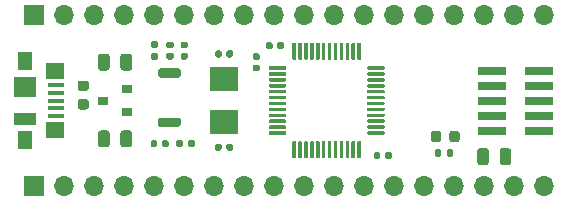
<source format=gbr>
%TF.GenerationSoftware,KiCad,Pcbnew,(5.1.10-1-10_14)*%
%TF.CreationDate,2021-07-19T22:46:51-06:00*%
%TF.ProjectId,f0-study-board,66302d73-7475-4647-992d-626f6172642e,rev?*%
%TF.SameCoordinates,Original*%
%TF.FileFunction,Soldermask,Top*%
%TF.FilePolarity,Negative*%
%FSLAX46Y46*%
G04 Gerber Fmt 4.6, Leading zero omitted, Abs format (unit mm)*
G04 Created by KiCad (PCBNEW (5.1.10-1-10_14)) date 2021-07-19 22:46:51*
%MOMM*%
%LPD*%
G01*
G04 APERTURE LIST*
%ADD10R,2.400000X0.740000*%
%ADD11R,2.400000X2.000000*%
%ADD12R,0.900000X0.800000*%
%ADD13R,1.900000X1.000000*%
%ADD14R,1.900000X1.800000*%
%ADD15R,1.300000X1.650000*%
%ADD16R,1.550000X1.425000*%
%ADD17R,1.380000X0.450000*%
%ADD18O,1.700000X1.700000*%
%ADD19R,1.700000X1.700000*%
G04 APERTURE END LIST*
%TO.C,U1*%
G36*
G01*
X121862500Y-103750000D02*
X121862500Y-102425000D01*
G75*
G02*
X121937500Y-102350000I75000J0D01*
G01*
X122087500Y-102350000D01*
G75*
G02*
X122162500Y-102425000I0J-75000D01*
G01*
X122162500Y-103750000D01*
G75*
G02*
X122087500Y-103825000I-75000J0D01*
G01*
X121937500Y-103825000D01*
G75*
G02*
X121862500Y-103750000I0J75000D01*
G01*
G37*
G36*
G01*
X122362500Y-103750000D02*
X122362500Y-102425000D01*
G75*
G02*
X122437500Y-102350000I75000J0D01*
G01*
X122587500Y-102350000D01*
G75*
G02*
X122662500Y-102425000I0J-75000D01*
G01*
X122662500Y-103750000D01*
G75*
G02*
X122587500Y-103825000I-75000J0D01*
G01*
X122437500Y-103825000D01*
G75*
G02*
X122362500Y-103750000I0J75000D01*
G01*
G37*
G36*
G01*
X122862500Y-103750000D02*
X122862500Y-102425000D01*
G75*
G02*
X122937500Y-102350000I75000J0D01*
G01*
X123087500Y-102350000D01*
G75*
G02*
X123162500Y-102425000I0J-75000D01*
G01*
X123162500Y-103750000D01*
G75*
G02*
X123087500Y-103825000I-75000J0D01*
G01*
X122937500Y-103825000D01*
G75*
G02*
X122862500Y-103750000I0J75000D01*
G01*
G37*
G36*
G01*
X123362500Y-103750000D02*
X123362500Y-102425000D01*
G75*
G02*
X123437500Y-102350000I75000J0D01*
G01*
X123587500Y-102350000D01*
G75*
G02*
X123662500Y-102425000I0J-75000D01*
G01*
X123662500Y-103750000D01*
G75*
G02*
X123587500Y-103825000I-75000J0D01*
G01*
X123437500Y-103825000D01*
G75*
G02*
X123362500Y-103750000I0J75000D01*
G01*
G37*
G36*
G01*
X123862500Y-103750000D02*
X123862500Y-102425000D01*
G75*
G02*
X123937500Y-102350000I75000J0D01*
G01*
X124087500Y-102350000D01*
G75*
G02*
X124162500Y-102425000I0J-75000D01*
G01*
X124162500Y-103750000D01*
G75*
G02*
X124087500Y-103825000I-75000J0D01*
G01*
X123937500Y-103825000D01*
G75*
G02*
X123862500Y-103750000I0J75000D01*
G01*
G37*
G36*
G01*
X124362500Y-103750000D02*
X124362500Y-102425000D01*
G75*
G02*
X124437500Y-102350000I75000J0D01*
G01*
X124587500Y-102350000D01*
G75*
G02*
X124662500Y-102425000I0J-75000D01*
G01*
X124662500Y-103750000D01*
G75*
G02*
X124587500Y-103825000I-75000J0D01*
G01*
X124437500Y-103825000D01*
G75*
G02*
X124362500Y-103750000I0J75000D01*
G01*
G37*
G36*
G01*
X124862500Y-103750000D02*
X124862500Y-102425000D01*
G75*
G02*
X124937500Y-102350000I75000J0D01*
G01*
X125087500Y-102350000D01*
G75*
G02*
X125162500Y-102425000I0J-75000D01*
G01*
X125162500Y-103750000D01*
G75*
G02*
X125087500Y-103825000I-75000J0D01*
G01*
X124937500Y-103825000D01*
G75*
G02*
X124862500Y-103750000I0J75000D01*
G01*
G37*
G36*
G01*
X125362500Y-103750000D02*
X125362500Y-102425000D01*
G75*
G02*
X125437500Y-102350000I75000J0D01*
G01*
X125587500Y-102350000D01*
G75*
G02*
X125662500Y-102425000I0J-75000D01*
G01*
X125662500Y-103750000D01*
G75*
G02*
X125587500Y-103825000I-75000J0D01*
G01*
X125437500Y-103825000D01*
G75*
G02*
X125362500Y-103750000I0J75000D01*
G01*
G37*
G36*
G01*
X125862500Y-103750000D02*
X125862500Y-102425000D01*
G75*
G02*
X125937500Y-102350000I75000J0D01*
G01*
X126087500Y-102350000D01*
G75*
G02*
X126162500Y-102425000I0J-75000D01*
G01*
X126162500Y-103750000D01*
G75*
G02*
X126087500Y-103825000I-75000J0D01*
G01*
X125937500Y-103825000D01*
G75*
G02*
X125862500Y-103750000I0J75000D01*
G01*
G37*
G36*
G01*
X126362500Y-103750000D02*
X126362500Y-102425000D01*
G75*
G02*
X126437500Y-102350000I75000J0D01*
G01*
X126587500Y-102350000D01*
G75*
G02*
X126662500Y-102425000I0J-75000D01*
G01*
X126662500Y-103750000D01*
G75*
G02*
X126587500Y-103825000I-75000J0D01*
G01*
X126437500Y-103825000D01*
G75*
G02*
X126362500Y-103750000I0J75000D01*
G01*
G37*
G36*
G01*
X126862500Y-103750000D02*
X126862500Y-102425000D01*
G75*
G02*
X126937500Y-102350000I75000J0D01*
G01*
X127087500Y-102350000D01*
G75*
G02*
X127162500Y-102425000I0J-75000D01*
G01*
X127162500Y-103750000D01*
G75*
G02*
X127087500Y-103825000I-75000J0D01*
G01*
X126937500Y-103825000D01*
G75*
G02*
X126862500Y-103750000I0J75000D01*
G01*
G37*
G36*
G01*
X127362500Y-103750000D02*
X127362500Y-102425000D01*
G75*
G02*
X127437500Y-102350000I75000J0D01*
G01*
X127587500Y-102350000D01*
G75*
G02*
X127662500Y-102425000I0J-75000D01*
G01*
X127662500Y-103750000D01*
G75*
G02*
X127587500Y-103825000I-75000J0D01*
G01*
X127437500Y-103825000D01*
G75*
G02*
X127362500Y-103750000I0J75000D01*
G01*
G37*
G36*
G01*
X128187500Y-104575000D02*
X128187500Y-104425000D01*
G75*
G02*
X128262500Y-104350000I75000J0D01*
G01*
X129587500Y-104350000D01*
G75*
G02*
X129662500Y-104425000I0J-75000D01*
G01*
X129662500Y-104575000D01*
G75*
G02*
X129587500Y-104650000I-75000J0D01*
G01*
X128262500Y-104650000D01*
G75*
G02*
X128187500Y-104575000I0J75000D01*
G01*
G37*
G36*
G01*
X128187500Y-105075000D02*
X128187500Y-104925000D01*
G75*
G02*
X128262500Y-104850000I75000J0D01*
G01*
X129587500Y-104850000D01*
G75*
G02*
X129662500Y-104925000I0J-75000D01*
G01*
X129662500Y-105075000D01*
G75*
G02*
X129587500Y-105150000I-75000J0D01*
G01*
X128262500Y-105150000D01*
G75*
G02*
X128187500Y-105075000I0J75000D01*
G01*
G37*
G36*
G01*
X128187500Y-105575000D02*
X128187500Y-105425000D01*
G75*
G02*
X128262500Y-105350000I75000J0D01*
G01*
X129587500Y-105350000D01*
G75*
G02*
X129662500Y-105425000I0J-75000D01*
G01*
X129662500Y-105575000D01*
G75*
G02*
X129587500Y-105650000I-75000J0D01*
G01*
X128262500Y-105650000D01*
G75*
G02*
X128187500Y-105575000I0J75000D01*
G01*
G37*
G36*
G01*
X128187500Y-106075000D02*
X128187500Y-105925000D01*
G75*
G02*
X128262500Y-105850000I75000J0D01*
G01*
X129587500Y-105850000D01*
G75*
G02*
X129662500Y-105925000I0J-75000D01*
G01*
X129662500Y-106075000D01*
G75*
G02*
X129587500Y-106150000I-75000J0D01*
G01*
X128262500Y-106150000D01*
G75*
G02*
X128187500Y-106075000I0J75000D01*
G01*
G37*
G36*
G01*
X128187500Y-106575000D02*
X128187500Y-106425000D01*
G75*
G02*
X128262500Y-106350000I75000J0D01*
G01*
X129587500Y-106350000D01*
G75*
G02*
X129662500Y-106425000I0J-75000D01*
G01*
X129662500Y-106575000D01*
G75*
G02*
X129587500Y-106650000I-75000J0D01*
G01*
X128262500Y-106650000D01*
G75*
G02*
X128187500Y-106575000I0J75000D01*
G01*
G37*
G36*
G01*
X128187500Y-107075000D02*
X128187500Y-106925000D01*
G75*
G02*
X128262500Y-106850000I75000J0D01*
G01*
X129587500Y-106850000D01*
G75*
G02*
X129662500Y-106925000I0J-75000D01*
G01*
X129662500Y-107075000D01*
G75*
G02*
X129587500Y-107150000I-75000J0D01*
G01*
X128262500Y-107150000D01*
G75*
G02*
X128187500Y-107075000I0J75000D01*
G01*
G37*
G36*
G01*
X128187500Y-107575000D02*
X128187500Y-107425000D01*
G75*
G02*
X128262500Y-107350000I75000J0D01*
G01*
X129587500Y-107350000D01*
G75*
G02*
X129662500Y-107425000I0J-75000D01*
G01*
X129662500Y-107575000D01*
G75*
G02*
X129587500Y-107650000I-75000J0D01*
G01*
X128262500Y-107650000D01*
G75*
G02*
X128187500Y-107575000I0J75000D01*
G01*
G37*
G36*
G01*
X128187500Y-108075000D02*
X128187500Y-107925000D01*
G75*
G02*
X128262500Y-107850000I75000J0D01*
G01*
X129587500Y-107850000D01*
G75*
G02*
X129662500Y-107925000I0J-75000D01*
G01*
X129662500Y-108075000D01*
G75*
G02*
X129587500Y-108150000I-75000J0D01*
G01*
X128262500Y-108150000D01*
G75*
G02*
X128187500Y-108075000I0J75000D01*
G01*
G37*
G36*
G01*
X128187500Y-108575000D02*
X128187500Y-108425000D01*
G75*
G02*
X128262500Y-108350000I75000J0D01*
G01*
X129587500Y-108350000D01*
G75*
G02*
X129662500Y-108425000I0J-75000D01*
G01*
X129662500Y-108575000D01*
G75*
G02*
X129587500Y-108650000I-75000J0D01*
G01*
X128262500Y-108650000D01*
G75*
G02*
X128187500Y-108575000I0J75000D01*
G01*
G37*
G36*
G01*
X128187500Y-109075000D02*
X128187500Y-108925000D01*
G75*
G02*
X128262500Y-108850000I75000J0D01*
G01*
X129587500Y-108850000D01*
G75*
G02*
X129662500Y-108925000I0J-75000D01*
G01*
X129662500Y-109075000D01*
G75*
G02*
X129587500Y-109150000I-75000J0D01*
G01*
X128262500Y-109150000D01*
G75*
G02*
X128187500Y-109075000I0J75000D01*
G01*
G37*
G36*
G01*
X128187500Y-109575000D02*
X128187500Y-109425000D01*
G75*
G02*
X128262500Y-109350000I75000J0D01*
G01*
X129587500Y-109350000D01*
G75*
G02*
X129662500Y-109425000I0J-75000D01*
G01*
X129662500Y-109575000D01*
G75*
G02*
X129587500Y-109650000I-75000J0D01*
G01*
X128262500Y-109650000D01*
G75*
G02*
X128187500Y-109575000I0J75000D01*
G01*
G37*
G36*
G01*
X128187500Y-110075000D02*
X128187500Y-109925000D01*
G75*
G02*
X128262500Y-109850000I75000J0D01*
G01*
X129587500Y-109850000D01*
G75*
G02*
X129662500Y-109925000I0J-75000D01*
G01*
X129662500Y-110075000D01*
G75*
G02*
X129587500Y-110150000I-75000J0D01*
G01*
X128262500Y-110150000D01*
G75*
G02*
X128187500Y-110075000I0J75000D01*
G01*
G37*
G36*
G01*
X127362500Y-112075000D02*
X127362500Y-110750000D01*
G75*
G02*
X127437500Y-110675000I75000J0D01*
G01*
X127587500Y-110675000D01*
G75*
G02*
X127662500Y-110750000I0J-75000D01*
G01*
X127662500Y-112075000D01*
G75*
G02*
X127587500Y-112150000I-75000J0D01*
G01*
X127437500Y-112150000D01*
G75*
G02*
X127362500Y-112075000I0J75000D01*
G01*
G37*
G36*
G01*
X126862500Y-112075000D02*
X126862500Y-110750000D01*
G75*
G02*
X126937500Y-110675000I75000J0D01*
G01*
X127087500Y-110675000D01*
G75*
G02*
X127162500Y-110750000I0J-75000D01*
G01*
X127162500Y-112075000D01*
G75*
G02*
X127087500Y-112150000I-75000J0D01*
G01*
X126937500Y-112150000D01*
G75*
G02*
X126862500Y-112075000I0J75000D01*
G01*
G37*
G36*
G01*
X126362500Y-112075000D02*
X126362500Y-110750000D01*
G75*
G02*
X126437500Y-110675000I75000J0D01*
G01*
X126587500Y-110675000D01*
G75*
G02*
X126662500Y-110750000I0J-75000D01*
G01*
X126662500Y-112075000D01*
G75*
G02*
X126587500Y-112150000I-75000J0D01*
G01*
X126437500Y-112150000D01*
G75*
G02*
X126362500Y-112075000I0J75000D01*
G01*
G37*
G36*
G01*
X125862500Y-112075000D02*
X125862500Y-110750000D01*
G75*
G02*
X125937500Y-110675000I75000J0D01*
G01*
X126087500Y-110675000D01*
G75*
G02*
X126162500Y-110750000I0J-75000D01*
G01*
X126162500Y-112075000D01*
G75*
G02*
X126087500Y-112150000I-75000J0D01*
G01*
X125937500Y-112150000D01*
G75*
G02*
X125862500Y-112075000I0J75000D01*
G01*
G37*
G36*
G01*
X125362500Y-112075000D02*
X125362500Y-110750000D01*
G75*
G02*
X125437500Y-110675000I75000J0D01*
G01*
X125587500Y-110675000D01*
G75*
G02*
X125662500Y-110750000I0J-75000D01*
G01*
X125662500Y-112075000D01*
G75*
G02*
X125587500Y-112150000I-75000J0D01*
G01*
X125437500Y-112150000D01*
G75*
G02*
X125362500Y-112075000I0J75000D01*
G01*
G37*
G36*
G01*
X124862500Y-112075000D02*
X124862500Y-110750000D01*
G75*
G02*
X124937500Y-110675000I75000J0D01*
G01*
X125087500Y-110675000D01*
G75*
G02*
X125162500Y-110750000I0J-75000D01*
G01*
X125162500Y-112075000D01*
G75*
G02*
X125087500Y-112150000I-75000J0D01*
G01*
X124937500Y-112150000D01*
G75*
G02*
X124862500Y-112075000I0J75000D01*
G01*
G37*
G36*
G01*
X124362500Y-112075000D02*
X124362500Y-110750000D01*
G75*
G02*
X124437500Y-110675000I75000J0D01*
G01*
X124587500Y-110675000D01*
G75*
G02*
X124662500Y-110750000I0J-75000D01*
G01*
X124662500Y-112075000D01*
G75*
G02*
X124587500Y-112150000I-75000J0D01*
G01*
X124437500Y-112150000D01*
G75*
G02*
X124362500Y-112075000I0J75000D01*
G01*
G37*
G36*
G01*
X123862500Y-112075000D02*
X123862500Y-110750000D01*
G75*
G02*
X123937500Y-110675000I75000J0D01*
G01*
X124087500Y-110675000D01*
G75*
G02*
X124162500Y-110750000I0J-75000D01*
G01*
X124162500Y-112075000D01*
G75*
G02*
X124087500Y-112150000I-75000J0D01*
G01*
X123937500Y-112150000D01*
G75*
G02*
X123862500Y-112075000I0J75000D01*
G01*
G37*
G36*
G01*
X123362500Y-112075000D02*
X123362500Y-110750000D01*
G75*
G02*
X123437500Y-110675000I75000J0D01*
G01*
X123587500Y-110675000D01*
G75*
G02*
X123662500Y-110750000I0J-75000D01*
G01*
X123662500Y-112075000D01*
G75*
G02*
X123587500Y-112150000I-75000J0D01*
G01*
X123437500Y-112150000D01*
G75*
G02*
X123362500Y-112075000I0J75000D01*
G01*
G37*
G36*
G01*
X122862500Y-112075000D02*
X122862500Y-110750000D01*
G75*
G02*
X122937500Y-110675000I75000J0D01*
G01*
X123087500Y-110675000D01*
G75*
G02*
X123162500Y-110750000I0J-75000D01*
G01*
X123162500Y-112075000D01*
G75*
G02*
X123087500Y-112150000I-75000J0D01*
G01*
X122937500Y-112150000D01*
G75*
G02*
X122862500Y-112075000I0J75000D01*
G01*
G37*
G36*
G01*
X122362500Y-112075000D02*
X122362500Y-110750000D01*
G75*
G02*
X122437500Y-110675000I75000J0D01*
G01*
X122587500Y-110675000D01*
G75*
G02*
X122662500Y-110750000I0J-75000D01*
G01*
X122662500Y-112075000D01*
G75*
G02*
X122587500Y-112150000I-75000J0D01*
G01*
X122437500Y-112150000D01*
G75*
G02*
X122362500Y-112075000I0J75000D01*
G01*
G37*
G36*
G01*
X121862500Y-112075000D02*
X121862500Y-110750000D01*
G75*
G02*
X121937500Y-110675000I75000J0D01*
G01*
X122087500Y-110675000D01*
G75*
G02*
X122162500Y-110750000I0J-75000D01*
G01*
X122162500Y-112075000D01*
G75*
G02*
X122087500Y-112150000I-75000J0D01*
G01*
X121937500Y-112150000D01*
G75*
G02*
X121862500Y-112075000I0J75000D01*
G01*
G37*
G36*
G01*
X119862500Y-110075000D02*
X119862500Y-109925000D01*
G75*
G02*
X119937500Y-109850000I75000J0D01*
G01*
X121262500Y-109850000D01*
G75*
G02*
X121337500Y-109925000I0J-75000D01*
G01*
X121337500Y-110075000D01*
G75*
G02*
X121262500Y-110150000I-75000J0D01*
G01*
X119937500Y-110150000D01*
G75*
G02*
X119862500Y-110075000I0J75000D01*
G01*
G37*
G36*
G01*
X119862500Y-109575000D02*
X119862500Y-109425000D01*
G75*
G02*
X119937500Y-109350000I75000J0D01*
G01*
X121262500Y-109350000D01*
G75*
G02*
X121337500Y-109425000I0J-75000D01*
G01*
X121337500Y-109575000D01*
G75*
G02*
X121262500Y-109650000I-75000J0D01*
G01*
X119937500Y-109650000D01*
G75*
G02*
X119862500Y-109575000I0J75000D01*
G01*
G37*
G36*
G01*
X119862500Y-109075000D02*
X119862500Y-108925000D01*
G75*
G02*
X119937500Y-108850000I75000J0D01*
G01*
X121262500Y-108850000D01*
G75*
G02*
X121337500Y-108925000I0J-75000D01*
G01*
X121337500Y-109075000D01*
G75*
G02*
X121262500Y-109150000I-75000J0D01*
G01*
X119937500Y-109150000D01*
G75*
G02*
X119862500Y-109075000I0J75000D01*
G01*
G37*
G36*
G01*
X119862500Y-108575000D02*
X119862500Y-108425000D01*
G75*
G02*
X119937500Y-108350000I75000J0D01*
G01*
X121262500Y-108350000D01*
G75*
G02*
X121337500Y-108425000I0J-75000D01*
G01*
X121337500Y-108575000D01*
G75*
G02*
X121262500Y-108650000I-75000J0D01*
G01*
X119937500Y-108650000D01*
G75*
G02*
X119862500Y-108575000I0J75000D01*
G01*
G37*
G36*
G01*
X119862500Y-108075000D02*
X119862500Y-107925000D01*
G75*
G02*
X119937500Y-107850000I75000J0D01*
G01*
X121262500Y-107850000D01*
G75*
G02*
X121337500Y-107925000I0J-75000D01*
G01*
X121337500Y-108075000D01*
G75*
G02*
X121262500Y-108150000I-75000J0D01*
G01*
X119937500Y-108150000D01*
G75*
G02*
X119862500Y-108075000I0J75000D01*
G01*
G37*
G36*
G01*
X119862500Y-107575000D02*
X119862500Y-107425000D01*
G75*
G02*
X119937500Y-107350000I75000J0D01*
G01*
X121262500Y-107350000D01*
G75*
G02*
X121337500Y-107425000I0J-75000D01*
G01*
X121337500Y-107575000D01*
G75*
G02*
X121262500Y-107650000I-75000J0D01*
G01*
X119937500Y-107650000D01*
G75*
G02*
X119862500Y-107575000I0J75000D01*
G01*
G37*
G36*
G01*
X119862500Y-107075000D02*
X119862500Y-106925000D01*
G75*
G02*
X119937500Y-106850000I75000J0D01*
G01*
X121262500Y-106850000D01*
G75*
G02*
X121337500Y-106925000I0J-75000D01*
G01*
X121337500Y-107075000D01*
G75*
G02*
X121262500Y-107150000I-75000J0D01*
G01*
X119937500Y-107150000D01*
G75*
G02*
X119862500Y-107075000I0J75000D01*
G01*
G37*
G36*
G01*
X119862500Y-106575000D02*
X119862500Y-106425000D01*
G75*
G02*
X119937500Y-106350000I75000J0D01*
G01*
X121262500Y-106350000D01*
G75*
G02*
X121337500Y-106425000I0J-75000D01*
G01*
X121337500Y-106575000D01*
G75*
G02*
X121262500Y-106650000I-75000J0D01*
G01*
X119937500Y-106650000D01*
G75*
G02*
X119862500Y-106575000I0J75000D01*
G01*
G37*
G36*
G01*
X119862500Y-106075000D02*
X119862500Y-105925000D01*
G75*
G02*
X119937500Y-105850000I75000J0D01*
G01*
X121262500Y-105850000D01*
G75*
G02*
X121337500Y-105925000I0J-75000D01*
G01*
X121337500Y-106075000D01*
G75*
G02*
X121262500Y-106150000I-75000J0D01*
G01*
X119937500Y-106150000D01*
G75*
G02*
X119862500Y-106075000I0J75000D01*
G01*
G37*
G36*
G01*
X119862500Y-105575000D02*
X119862500Y-105425000D01*
G75*
G02*
X119937500Y-105350000I75000J0D01*
G01*
X121262500Y-105350000D01*
G75*
G02*
X121337500Y-105425000I0J-75000D01*
G01*
X121337500Y-105575000D01*
G75*
G02*
X121262500Y-105650000I-75000J0D01*
G01*
X119937500Y-105650000D01*
G75*
G02*
X119862500Y-105575000I0J75000D01*
G01*
G37*
G36*
G01*
X119862500Y-105075000D02*
X119862500Y-104925000D01*
G75*
G02*
X119937500Y-104850000I75000J0D01*
G01*
X121262500Y-104850000D01*
G75*
G02*
X121337500Y-104925000I0J-75000D01*
G01*
X121337500Y-105075000D01*
G75*
G02*
X121262500Y-105150000I-75000J0D01*
G01*
X119937500Y-105150000D01*
G75*
G02*
X119862500Y-105075000I0J75000D01*
G01*
G37*
G36*
G01*
X119862500Y-104575000D02*
X119862500Y-104425000D01*
G75*
G02*
X119937500Y-104350000I75000J0D01*
G01*
X121262500Y-104350000D01*
G75*
G02*
X121337500Y-104425000I0J-75000D01*
G01*
X121337500Y-104575000D01*
G75*
G02*
X121262500Y-104650000I-75000J0D01*
G01*
X119937500Y-104650000D01*
G75*
G02*
X119862500Y-104575000I0J75000D01*
G01*
G37*
%TD*%
%TO.C,C1*%
G36*
G01*
X138500000Y-111525000D02*
X138500000Y-112475000D01*
G75*
G02*
X138250000Y-112725000I-250000J0D01*
G01*
X137750000Y-112725000D01*
G75*
G02*
X137500000Y-112475000I0J250000D01*
G01*
X137500000Y-111525000D01*
G75*
G02*
X137750000Y-111275000I250000J0D01*
G01*
X138250000Y-111275000D01*
G75*
G02*
X138500000Y-111525000I0J-250000D01*
G01*
G37*
G36*
G01*
X140400000Y-111525000D02*
X140400000Y-112475000D01*
G75*
G02*
X140150000Y-112725000I-250000J0D01*
G01*
X139650000Y-112725000D01*
G75*
G02*
X139400000Y-112475000I0J250000D01*
G01*
X139400000Y-111525000D01*
G75*
G02*
X139650000Y-111275000I250000J0D01*
G01*
X140150000Y-111275000D01*
G75*
G02*
X140400000Y-111525000I0J-250000D01*
G01*
G37*
%TD*%
D10*
%TO.C,J4*%
X142700000Y-109790000D03*
X138800000Y-109790000D03*
X142700000Y-108520000D03*
X138800000Y-108520000D03*
X142700000Y-107250000D03*
X138800000Y-107250000D03*
X142700000Y-105980000D03*
X138800000Y-105980000D03*
X142700000Y-104710000D03*
X138800000Y-104710000D03*
%TD*%
%TO.C,R2*%
G36*
G01*
X134950000Y-111885000D02*
X134950000Y-111515000D01*
G75*
G02*
X135085000Y-111380000I135000J0D01*
G01*
X135355000Y-111380000D01*
G75*
G02*
X135490000Y-111515000I0J-135000D01*
G01*
X135490000Y-111885000D01*
G75*
G02*
X135355000Y-112020000I-135000J0D01*
G01*
X135085000Y-112020000D01*
G75*
G02*
X134950000Y-111885000I0J135000D01*
G01*
G37*
G36*
G01*
X133930000Y-111885000D02*
X133930000Y-111515000D01*
G75*
G02*
X134065000Y-111380000I135000J0D01*
G01*
X134335000Y-111380000D01*
G75*
G02*
X134470000Y-111515000I0J-135000D01*
G01*
X134470000Y-111885000D01*
G75*
G02*
X134335000Y-112020000I-135000J0D01*
G01*
X134065000Y-112020000D01*
G75*
G02*
X133930000Y-111885000I0J135000D01*
G01*
G37*
%TD*%
%TO.C,R1*%
G36*
G01*
X112570000Y-110715000D02*
X112570000Y-111085000D01*
G75*
G02*
X112435000Y-111220000I-135000J0D01*
G01*
X112165000Y-111220000D01*
G75*
G02*
X112030000Y-111085000I0J135000D01*
G01*
X112030000Y-110715000D01*
G75*
G02*
X112165000Y-110580000I135000J0D01*
G01*
X112435000Y-110580000D01*
G75*
G02*
X112570000Y-110715000I0J-135000D01*
G01*
G37*
G36*
G01*
X113590000Y-110715000D02*
X113590000Y-111085000D01*
G75*
G02*
X113455000Y-111220000I-135000J0D01*
G01*
X113185000Y-111220000D01*
G75*
G02*
X113050000Y-111085000I0J135000D01*
G01*
X113050000Y-110715000D01*
G75*
G02*
X113185000Y-110580000I135000J0D01*
G01*
X113455000Y-110580000D01*
G75*
G02*
X113590000Y-110715000I0J-135000D01*
G01*
G37*
%TD*%
%TO.C,FB1*%
G36*
G01*
X104406250Y-106437500D02*
X103893750Y-106437500D01*
G75*
G02*
X103675000Y-106218750I0J218750D01*
G01*
X103675000Y-105781250D01*
G75*
G02*
X103893750Y-105562500I218750J0D01*
G01*
X104406250Y-105562500D01*
G75*
G02*
X104625000Y-105781250I0J-218750D01*
G01*
X104625000Y-106218750D01*
G75*
G02*
X104406250Y-106437500I-218750J0D01*
G01*
G37*
G36*
G01*
X104406250Y-108012500D02*
X103893750Y-108012500D01*
G75*
G02*
X103675000Y-107793750I0J218750D01*
G01*
X103675000Y-107356250D01*
G75*
G02*
X103893750Y-107137500I218750J0D01*
G01*
X104406250Y-107137500D01*
G75*
G02*
X104625000Y-107356250I0J-218750D01*
G01*
X104625000Y-107793750D01*
G75*
G02*
X104406250Y-108012500I-218750J0D01*
G01*
G37*
%TD*%
%TO.C,C12*%
G36*
G01*
X107300000Y-110975000D02*
X107300000Y-110025000D01*
G75*
G02*
X107550000Y-109775000I250000J0D01*
G01*
X108050000Y-109775000D01*
G75*
G02*
X108300000Y-110025000I0J-250000D01*
G01*
X108300000Y-110975000D01*
G75*
G02*
X108050000Y-111225000I-250000J0D01*
G01*
X107550000Y-111225000D01*
G75*
G02*
X107300000Y-110975000I0J250000D01*
G01*
G37*
G36*
G01*
X105400000Y-110975000D02*
X105400000Y-110025000D01*
G75*
G02*
X105650000Y-109775000I250000J0D01*
G01*
X106150000Y-109775000D01*
G75*
G02*
X106400000Y-110025000I0J-250000D01*
G01*
X106400000Y-110975000D01*
G75*
G02*
X106150000Y-111225000I-250000J0D01*
G01*
X105650000Y-111225000D01*
G75*
G02*
X105400000Y-110975000I0J250000D01*
G01*
G37*
%TD*%
%TO.C,C11*%
G36*
G01*
X106400000Y-103525000D02*
X106400000Y-104475000D01*
G75*
G02*
X106150000Y-104725000I-250000J0D01*
G01*
X105650000Y-104725000D01*
G75*
G02*
X105400000Y-104475000I0J250000D01*
G01*
X105400000Y-103525000D01*
G75*
G02*
X105650000Y-103275000I250000J0D01*
G01*
X106150000Y-103275000D01*
G75*
G02*
X106400000Y-103525000I0J-250000D01*
G01*
G37*
G36*
G01*
X108300000Y-103525000D02*
X108300000Y-104475000D01*
G75*
G02*
X108050000Y-104725000I-250000J0D01*
G01*
X107550000Y-104725000D01*
G75*
G02*
X107300000Y-104475000I0J250000D01*
G01*
X107300000Y-103525000D01*
G75*
G02*
X107550000Y-103275000I250000J0D01*
G01*
X108050000Y-103275000D01*
G75*
G02*
X108300000Y-103525000I0J-250000D01*
G01*
G37*
%TD*%
%TO.C,C10*%
G36*
G01*
X116280000Y-111370000D02*
X116280000Y-111030000D01*
G75*
G02*
X116420000Y-110890000I140000J0D01*
G01*
X116700000Y-110890000D01*
G75*
G02*
X116840000Y-111030000I0J-140000D01*
G01*
X116840000Y-111370000D01*
G75*
G02*
X116700000Y-111510000I-140000J0D01*
G01*
X116420000Y-111510000D01*
G75*
G02*
X116280000Y-111370000I0J140000D01*
G01*
G37*
G36*
G01*
X115320000Y-111370000D02*
X115320000Y-111030000D01*
G75*
G02*
X115460000Y-110890000I140000J0D01*
G01*
X115740000Y-110890000D01*
G75*
G02*
X115880000Y-111030000I0J-140000D01*
G01*
X115880000Y-111370000D01*
G75*
G02*
X115740000Y-111510000I-140000J0D01*
G01*
X115460000Y-111510000D01*
G75*
G02*
X115320000Y-111370000I0J140000D01*
G01*
G37*
%TD*%
%TO.C,C9*%
G36*
G01*
X116280000Y-103470000D02*
X116280000Y-103130000D01*
G75*
G02*
X116420000Y-102990000I140000J0D01*
G01*
X116700000Y-102990000D01*
G75*
G02*
X116840000Y-103130000I0J-140000D01*
G01*
X116840000Y-103470000D01*
G75*
G02*
X116700000Y-103610000I-140000J0D01*
G01*
X116420000Y-103610000D01*
G75*
G02*
X116280000Y-103470000I0J140000D01*
G01*
G37*
G36*
G01*
X115320000Y-103470000D02*
X115320000Y-103130000D01*
G75*
G02*
X115460000Y-102990000I140000J0D01*
G01*
X115740000Y-102990000D01*
G75*
G02*
X115880000Y-103130000I0J-140000D01*
G01*
X115880000Y-103470000D01*
G75*
G02*
X115740000Y-103610000I-140000J0D01*
G01*
X115460000Y-103610000D01*
G75*
G02*
X115320000Y-103470000I0J140000D01*
G01*
G37*
%TD*%
%TO.C,C8*%
G36*
G01*
X110820000Y-111070000D02*
X110820000Y-110730000D01*
G75*
G02*
X110960000Y-110590000I140000J0D01*
G01*
X111240000Y-110590000D01*
G75*
G02*
X111380000Y-110730000I0J-140000D01*
G01*
X111380000Y-111070000D01*
G75*
G02*
X111240000Y-111210000I-140000J0D01*
G01*
X110960000Y-111210000D01*
G75*
G02*
X110820000Y-111070000I0J140000D01*
G01*
G37*
G36*
G01*
X109860000Y-111070000D02*
X109860000Y-110730000D01*
G75*
G02*
X110000000Y-110590000I140000J0D01*
G01*
X110280000Y-110590000D01*
G75*
G02*
X110420000Y-110730000I0J-140000D01*
G01*
X110420000Y-111070000D01*
G75*
G02*
X110280000Y-111210000I-140000J0D01*
G01*
X110000000Y-111210000D01*
G75*
G02*
X109860000Y-111070000I0J140000D01*
G01*
G37*
%TD*%
%TO.C,C7*%
G36*
G01*
X112530000Y-103220000D02*
X112870000Y-103220000D01*
G75*
G02*
X113010000Y-103360000I0J-140000D01*
G01*
X113010000Y-103640000D01*
G75*
G02*
X112870000Y-103780000I-140000J0D01*
G01*
X112530000Y-103780000D01*
G75*
G02*
X112390000Y-103640000I0J140000D01*
G01*
X112390000Y-103360000D01*
G75*
G02*
X112530000Y-103220000I140000J0D01*
G01*
G37*
G36*
G01*
X112530000Y-102260000D02*
X112870000Y-102260000D01*
G75*
G02*
X113010000Y-102400000I0J-140000D01*
G01*
X113010000Y-102680000D01*
G75*
G02*
X112870000Y-102820000I-140000J0D01*
G01*
X112530000Y-102820000D01*
G75*
G02*
X112390000Y-102680000I0J140000D01*
G01*
X112390000Y-102400000D01*
G75*
G02*
X112530000Y-102260000I140000J0D01*
G01*
G37*
%TD*%
%TO.C,C6*%
G36*
G01*
X111330000Y-103220000D02*
X111670000Y-103220000D01*
G75*
G02*
X111810000Y-103360000I0J-140000D01*
G01*
X111810000Y-103640000D01*
G75*
G02*
X111670000Y-103780000I-140000J0D01*
G01*
X111330000Y-103780000D01*
G75*
G02*
X111190000Y-103640000I0J140000D01*
G01*
X111190000Y-103360000D01*
G75*
G02*
X111330000Y-103220000I140000J0D01*
G01*
G37*
G36*
G01*
X111330000Y-102260000D02*
X111670000Y-102260000D01*
G75*
G02*
X111810000Y-102400000I0J-140000D01*
G01*
X111810000Y-102680000D01*
G75*
G02*
X111670000Y-102820000I-140000J0D01*
G01*
X111330000Y-102820000D01*
G75*
G02*
X111190000Y-102680000I0J140000D01*
G01*
X111190000Y-102400000D01*
G75*
G02*
X111330000Y-102260000I140000J0D01*
G01*
G37*
%TD*%
%TO.C,C4*%
G36*
G01*
X129700000Y-112070000D02*
X129700000Y-111730000D01*
G75*
G02*
X129840000Y-111590000I140000J0D01*
G01*
X130120000Y-111590000D01*
G75*
G02*
X130260000Y-111730000I0J-140000D01*
G01*
X130260000Y-112070000D01*
G75*
G02*
X130120000Y-112210000I-140000J0D01*
G01*
X129840000Y-112210000D01*
G75*
G02*
X129700000Y-112070000I0J140000D01*
G01*
G37*
G36*
G01*
X128740000Y-112070000D02*
X128740000Y-111730000D01*
G75*
G02*
X128880000Y-111590000I140000J0D01*
G01*
X129160000Y-111590000D01*
G75*
G02*
X129300000Y-111730000I0J-140000D01*
G01*
X129300000Y-112070000D01*
G75*
G02*
X129160000Y-112210000I-140000J0D01*
G01*
X128880000Y-112210000D01*
G75*
G02*
X128740000Y-112070000I0J140000D01*
G01*
G37*
%TD*%
%TO.C,C3*%
G36*
G01*
X120180000Y-102430000D02*
X120180000Y-102770000D01*
G75*
G02*
X120040000Y-102910000I-140000J0D01*
G01*
X119760000Y-102910000D01*
G75*
G02*
X119620000Y-102770000I0J140000D01*
G01*
X119620000Y-102430000D01*
G75*
G02*
X119760000Y-102290000I140000J0D01*
G01*
X120040000Y-102290000D01*
G75*
G02*
X120180000Y-102430000I0J-140000D01*
G01*
G37*
G36*
G01*
X121140000Y-102430000D02*
X121140000Y-102770000D01*
G75*
G02*
X121000000Y-102910000I-140000J0D01*
G01*
X120720000Y-102910000D01*
G75*
G02*
X120580000Y-102770000I0J140000D01*
G01*
X120580000Y-102430000D01*
G75*
G02*
X120720000Y-102290000I140000J0D01*
G01*
X121000000Y-102290000D01*
G75*
G02*
X121140000Y-102430000I0J-140000D01*
G01*
G37*
%TD*%
%TO.C,C2*%
G36*
G01*
X118970000Y-103820000D02*
X118630000Y-103820000D01*
G75*
G02*
X118490000Y-103680000I0J140000D01*
G01*
X118490000Y-103400000D01*
G75*
G02*
X118630000Y-103260000I140000J0D01*
G01*
X118970000Y-103260000D01*
G75*
G02*
X119110000Y-103400000I0J-140000D01*
G01*
X119110000Y-103680000D01*
G75*
G02*
X118970000Y-103820000I-140000J0D01*
G01*
G37*
G36*
G01*
X118970000Y-104780000D02*
X118630000Y-104780000D01*
G75*
G02*
X118490000Y-104640000I0J140000D01*
G01*
X118490000Y-104360000D01*
G75*
G02*
X118630000Y-104220000I140000J0D01*
G01*
X118970000Y-104220000D01*
G75*
G02*
X119110000Y-104360000I0J-140000D01*
G01*
X119110000Y-104640000D01*
G75*
G02*
X118970000Y-104780000I-140000J0D01*
G01*
G37*
%TD*%
D11*
%TO.C,Y1*%
X116050000Y-109100000D03*
X116050000Y-105400000D03*
%TD*%
D12*
%TO.C,U2*%
X105850000Y-107250000D03*
X107850000Y-106300000D03*
X107850000Y-108200000D03*
%TD*%
%TO.C,SW1*%
G36*
G01*
X110650000Y-104500000D02*
X112250000Y-104500000D01*
G75*
G02*
X112450000Y-104700000I0J-200000D01*
G01*
X112450000Y-105100000D01*
G75*
G02*
X112250000Y-105300000I-200000J0D01*
G01*
X110650000Y-105300000D01*
G75*
G02*
X110450000Y-105100000I0J200000D01*
G01*
X110450000Y-104700000D01*
G75*
G02*
X110650000Y-104500000I200000J0D01*
G01*
G37*
G36*
G01*
X110650000Y-108700000D02*
X112250000Y-108700000D01*
G75*
G02*
X112450000Y-108900000I0J-200000D01*
G01*
X112450000Y-109300000D01*
G75*
G02*
X112250000Y-109500000I-200000J0D01*
G01*
X110650000Y-109500000D01*
G75*
G02*
X110450000Y-109300000I0J200000D01*
G01*
X110450000Y-108900000D01*
G75*
G02*
X110650000Y-108700000I200000J0D01*
G01*
G37*
%TD*%
%TO.C,L1*%
G36*
G01*
X110372500Y-102825000D02*
X110027500Y-102825000D01*
G75*
G02*
X109880000Y-102677500I0J147500D01*
G01*
X109880000Y-102382500D01*
G75*
G02*
X110027500Y-102235000I147500J0D01*
G01*
X110372500Y-102235000D01*
G75*
G02*
X110520000Y-102382500I0J-147500D01*
G01*
X110520000Y-102677500D01*
G75*
G02*
X110372500Y-102825000I-147500J0D01*
G01*
G37*
G36*
G01*
X110372500Y-103795000D02*
X110027500Y-103795000D01*
G75*
G02*
X109880000Y-103647500I0J147500D01*
G01*
X109880000Y-103352500D01*
G75*
G02*
X110027500Y-103205000I147500J0D01*
G01*
X110372500Y-103205000D01*
G75*
G02*
X110520000Y-103352500I0J-147500D01*
G01*
X110520000Y-103647500D01*
G75*
G02*
X110372500Y-103795000I-147500J0D01*
G01*
G37*
%TD*%
D13*
%TO.C,J3*%
X99200000Y-108800000D03*
D14*
X99200000Y-106100000D03*
D15*
X99200000Y-110625000D03*
X99200000Y-103875000D03*
D16*
X101775000Y-109737500D03*
X101775000Y-104762500D03*
D17*
X101860000Y-108550000D03*
X101860000Y-107900000D03*
X101860000Y-107250000D03*
X101860000Y-106600000D03*
X101860000Y-105950000D03*
%TD*%
D18*
%TO.C,J2*%
X143180000Y-114500000D03*
X140640000Y-114500000D03*
X138100000Y-114500000D03*
X135560000Y-114500000D03*
X133020000Y-114500000D03*
X130480000Y-114500000D03*
X127940000Y-114500000D03*
X125400000Y-114500000D03*
X122860000Y-114500000D03*
X120320000Y-114500000D03*
X117780000Y-114500000D03*
X115240000Y-114500000D03*
X112700000Y-114500000D03*
X110160000Y-114500000D03*
X107620000Y-114500000D03*
X105080000Y-114500000D03*
X102540000Y-114500000D03*
D19*
X100000000Y-114500000D03*
%TD*%
D18*
%TO.C,J1*%
X143180000Y-100000000D03*
X140640000Y-100000000D03*
X138100000Y-100000000D03*
X135560000Y-100000000D03*
X133020000Y-100000000D03*
X130480000Y-100000000D03*
X127940000Y-100000000D03*
X125400000Y-100000000D03*
X122860000Y-100000000D03*
X120320000Y-100000000D03*
X117780000Y-100000000D03*
X115240000Y-100000000D03*
X112700000Y-100000000D03*
X110160000Y-100000000D03*
X107620000Y-100000000D03*
X105080000Y-100000000D03*
X102540000Y-100000000D03*
D19*
X100000000Y-100000000D03*
%TD*%
%TO.C,D2*%
G36*
G01*
X135137500Y-110556250D02*
X135137500Y-110043750D01*
G75*
G02*
X135356250Y-109825000I218750J0D01*
G01*
X135793750Y-109825000D01*
G75*
G02*
X136012500Y-110043750I0J-218750D01*
G01*
X136012500Y-110556250D01*
G75*
G02*
X135793750Y-110775000I-218750J0D01*
G01*
X135356250Y-110775000D01*
G75*
G02*
X135137500Y-110556250I0J218750D01*
G01*
G37*
G36*
G01*
X133562500Y-110556250D02*
X133562500Y-110043750D01*
G75*
G02*
X133781250Y-109825000I218750J0D01*
G01*
X134218750Y-109825000D01*
G75*
G02*
X134437500Y-110043750I0J-218750D01*
G01*
X134437500Y-110556250D01*
G75*
G02*
X134218750Y-110775000I-218750J0D01*
G01*
X133781250Y-110775000D01*
G75*
G02*
X133562500Y-110556250I0J218750D01*
G01*
G37*
%TD*%
M02*

</source>
